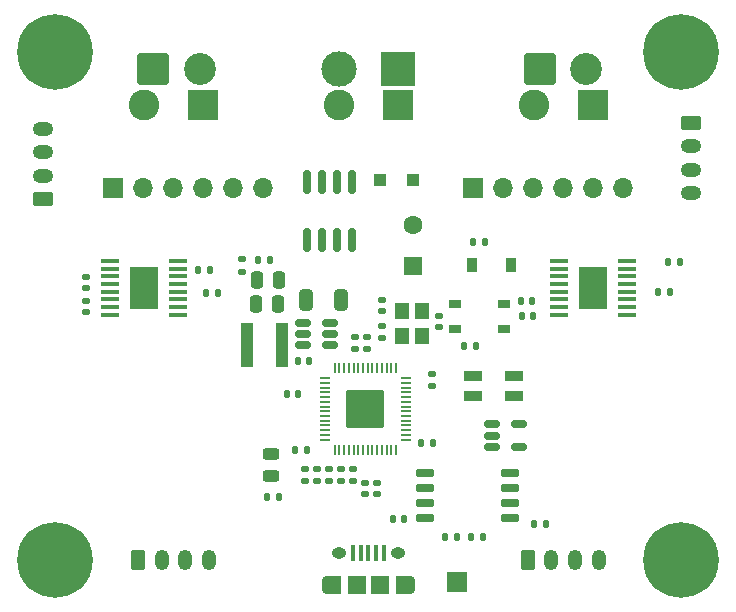
<source format=gbr>
%TF.GenerationSoftware,KiCad,Pcbnew,7.0.8*%
%TF.CreationDate,2024-07-05T14:08:20-04:00*%
%TF.ProjectId,motor-driver,6d6f746f-722d-4647-9269-7665722e6b69,rev?*%
%TF.SameCoordinates,Original*%
%TF.FileFunction,Soldermask,Top*%
%TF.FilePolarity,Negative*%
%FSLAX46Y46*%
G04 Gerber Fmt 4.6, Leading zero omitted, Abs format (unit mm)*
G04 Created by KiCad (PCBNEW 7.0.8) date 2024-07-05 14:08:20*
%MOMM*%
%LPD*%
G01*
G04 APERTURE LIST*
G04 Aperture macros list*
%AMRoundRect*
0 Rectangle with rounded corners*
0 $1 Rounding radius*
0 $2 $3 $4 $5 $6 $7 $8 $9 X,Y pos of 4 corners*
0 Add a 4 corners polygon primitive as box body*
4,1,4,$2,$3,$4,$5,$6,$7,$8,$9,$2,$3,0*
0 Add four circle primitives for the rounded corners*
1,1,$1+$1,$2,$3*
1,1,$1+$1,$4,$5*
1,1,$1+$1,$6,$7*
1,1,$1+$1,$8,$9*
0 Add four rect primitives between the rounded corners*
20,1,$1+$1,$2,$3,$4,$5,0*
20,1,$1+$1,$4,$5,$6,$7,0*
20,1,$1+$1,$6,$7,$8,$9,0*
20,1,$1+$1,$8,$9,$2,$3,0*%
G04 Aperture macros list end*
%ADD10RoundRect,0.135000X-0.135000X-0.185000X0.135000X-0.185000X0.135000X0.185000X-0.135000X0.185000X0*%
%ADD11RoundRect,0.140000X-0.170000X0.140000X-0.170000X-0.140000X0.170000X-0.140000X0.170000X0.140000X0*%
%ADD12RoundRect,0.250000X0.250000X0.475000X-0.250000X0.475000X-0.250000X-0.475000X0.250000X-0.475000X0*%
%ADD13RoundRect,0.140000X-0.140000X-0.170000X0.140000X-0.170000X0.140000X0.170000X-0.140000X0.170000X0*%
%ADD14R,2.460000X3.550000*%
%ADD15RoundRect,0.097500X0.690000X0.097500X-0.690000X0.097500X-0.690000X-0.097500X0.690000X-0.097500X0*%
%ADD16RoundRect,0.250000X-0.625000X0.350000X-0.625000X-0.350000X0.625000X-0.350000X0.625000X0.350000X0*%
%ADD17O,1.750000X1.200000*%
%ADD18RoundRect,0.140000X0.170000X-0.140000X0.170000X0.140000X-0.170000X0.140000X-0.170000X-0.140000X0*%
%ADD19C,0.800000*%
%ADD20C,6.400000*%
%ADD21RoundRect,0.250000X-0.350000X-0.625000X0.350000X-0.625000X0.350000X0.625000X-0.350000X0.625000X0*%
%ADD22O,1.200000X1.750000*%
%ADD23RoundRect,0.140000X0.140000X0.170000X-0.140000X0.170000X-0.140000X-0.170000X0.140000X-0.170000X0*%
%ADD24RoundRect,0.150000X0.650000X0.150000X-0.650000X0.150000X-0.650000X-0.150000X0.650000X-0.150000X0*%
%ADD25R,1.200000X1.400000*%
%ADD26R,1.050000X0.650000*%
%ADD27R,3.000000X3.000000*%
%ADD28C,3.000000*%
%ADD29R,1.700000X1.700000*%
%ADD30O,1.700000X1.700000*%
%ADD31RoundRect,0.135000X0.135000X0.185000X-0.135000X0.185000X-0.135000X-0.185000X0.135000X-0.185000X0*%
%ADD32RoundRect,0.243750X0.456250X-0.243750X0.456250X0.243750X-0.456250X0.243750X-0.456250X-0.243750X0*%
%ADD33RoundRect,0.250001X-1.099999X-1.099999X1.099999X-1.099999X1.099999X1.099999X-1.099999X1.099999X0*%
%ADD34C,2.700000*%
%ADD35R,0.400000X1.350000*%
%ADD36O,0.890000X1.550000*%
%ADD37R,1.200000X1.550000*%
%ADD38O,1.250000X0.950000*%
%ADD39R,1.500000X1.550000*%
%ADD40R,2.600000X2.600000*%
%ADD41C,2.600000*%
%ADD42RoundRect,0.135000X0.185000X-0.135000X0.185000X0.135000X-0.185000X0.135000X-0.185000X-0.135000X0*%
%ADD43RoundRect,0.150000X0.512500X0.150000X-0.512500X0.150000X-0.512500X-0.150000X0.512500X-0.150000X0*%
%ADD44R,1.100000X1.100000*%
%ADD45RoundRect,0.150000X-0.512500X-0.150000X0.512500X-0.150000X0.512500X0.150000X-0.512500X0.150000X0*%
%ADD46R,1.100000X3.700000*%
%ADD47RoundRect,0.250000X-0.325000X-0.650000X0.325000X-0.650000X0.325000X0.650000X-0.325000X0.650000X0*%
%ADD48R,1.600000X0.850000*%
%ADD49R,0.900000X1.200000*%
%ADD50RoundRect,0.150000X0.150000X-0.825000X0.150000X0.825000X-0.150000X0.825000X-0.150000X-0.825000X0*%
%ADD51R,1.600000X1.600000*%
%ADD52C,1.600000*%
%ADD53RoundRect,0.250000X0.625000X-0.350000X0.625000X0.350000X-0.625000X0.350000X-0.625000X-0.350000X0*%
%ADD54RoundRect,0.050000X0.387500X0.050000X-0.387500X0.050000X-0.387500X-0.050000X0.387500X-0.050000X0*%
%ADD55RoundRect,0.050000X0.050000X0.387500X-0.050000X0.387500X-0.050000X-0.387500X0.050000X-0.387500X0*%
%ADD56RoundRect,0.144000X1.456000X1.456000X-1.456000X1.456000X-1.456000X-1.456000X1.456000X-1.456000X0*%
G04 APERTURE END LIST*
D10*
%TO.C,R11*%
X140690000Y-106100000D03*
X141710000Y-106100000D03*
%TD*%
D11*
%TO.C,C9*%
X150762000Y-124995000D03*
X150762000Y-125955000D03*
%TD*%
D12*
%TO.C,C2*%
X142450000Y-107800000D03*
X140550000Y-107800000D03*
%TD*%
D13*
%TO.C,C16*%
X154473000Y-121665000D03*
X155433000Y-121665000D03*
%TD*%
D14*
%TO.C,U1*%
X131000000Y-108500000D03*
D15*
X133862500Y-110775000D03*
X133862500Y-110125000D03*
X133862500Y-109475000D03*
X133862500Y-108825000D03*
X133862500Y-108175000D03*
X133862500Y-107525000D03*
X133862500Y-106875000D03*
X133862500Y-106225000D03*
X128137500Y-106225000D03*
X128137500Y-106875000D03*
X128137500Y-107525000D03*
X128137500Y-108175000D03*
X128137500Y-108825000D03*
X128137500Y-109475000D03*
X128137500Y-110125000D03*
X128137500Y-110775000D03*
%TD*%
D16*
%TO.C,J9*%
X177350000Y-94500000D03*
D17*
X177350000Y-96500000D03*
X177350000Y-98500000D03*
X177350000Y-100500000D03*
%TD*%
D18*
%TO.C,C15*%
X155400000Y-116780000D03*
X155400000Y-115820000D03*
%TD*%
D19*
%TO.C,REF\u002A\u002A*%
X174100000Y-131500000D03*
X174802944Y-129802944D03*
X174802944Y-133197056D03*
X176500000Y-129100000D03*
D20*
X176500000Y-131500000D03*
X176500000Y-131500000D03*
D19*
X176500000Y-133900000D03*
X178197056Y-129802944D03*
X178197056Y-133197056D03*
X178900000Y-131500000D03*
%TD*%
D14*
%TO.C,U2*%
X169000000Y-108500000D03*
D15*
X171862500Y-110775000D03*
X171862500Y-110125000D03*
X171862500Y-109475000D03*
X171862500Y-108825000D03*
X171862500Y-108175000D03*
X171862500Y-107525000D03*
X171862500Y-106875000D03*
X171862500Y-106225000D03*
X166137500Y-106225000D03*
X166137500Y-106875000D03*
X166137500Y-107525000D03*
X166137500Y-108175000D03*
X166137500Y-108825000D03*
X166137500Y-109475000D03*
X166137500Y-110125000D03*
X166137500Y-110775000D03*
%TD*%
D21*
%TO.C,J6*%
X163500000Y-131500000D03*
D22*
X165500000Y-131500000D03*
X167500000Y-131500000D03*
X169500000Y-131500000D03*
%TD*%
D23*
%TO.C,C8*%
X144980000Y-114700000D03*
X144020000Y-114700000D03*
%TD*%
D24*
%TO.C,U6*%
X161982000Y-128015000D03*
X161982000Y-126745000D03*
X161982000Y-125475000D03*
X161982000Y-124205000D03*
X154782000Y-124205000D03*
X154782000Y-125475000D03*
X154782000Y-126745000D03*
X154782000Y-128015000D03*
%TD*%
D25*
%TO.C,Y1*%
X152833000Y-110409000D03*
X152833000Y-112609000D03*
X154533000Y-112609000D03*
X154533000Y-110409000D03*
%TD*%
D26*
%TO.C,SW1*%
X157325000Y-109825000D03*
X161475000Y-109825000D03*
X157325000Y-111975000D03*
X161475000Y-111975000D03*
%TD*%
D23*
%TO.C,C13*%
X144765000Y-122200000D03*
X143805000Y-122200000D03*
%TD*%
D10*
%TO.C,R2*%
X158690000Y-129600000D03*
X159710000Y-129600000D03*
%TD*%
D27*
%TO.C,J12*%
X152500000Y-90000000D03*
D28*
X147500000Y-90000000D03*
%TD*%
D18*
%TO.C,C20*%
X151143000Y-110461000D03*
X151143000Y-109501000D03*
%TD*%
D19*
%TO.C,REF\u002A\u002A*%
X174100000Y-88500000D03*
X174802944Y-86802944D03*
X174802944Y-90197056D03*
X176500000Y-86100000D03*
D20*
X176500000Y-88500000D03*
X176500000Y-88500000D03*
D19*
X176500000Y-90900000D03*
X178197056Y-86802944D03*
X178197056Y-90197056D03*
X178900000Y-88500000D03*
%TD*%
D29*
%TO.C,J4*%
X128410000Y-100000000D03*
D30*
X130950000Y-100000000D03*
X133490000Y-100000000D03*
X136030000Y-100000000D03*
X138570000Y-100000000D03*
X141110000Y-100000000D03*
%TD*%
D18*
%TO.C,C24*%
X126100000Y-110530000D03*
X126100000Y-109570000D03*
%TD*%
D31*
%TO.C,R17*%
X176360000Y-106325000D03*
X175340000Y-106325000D03*
%TD*%
D18*
%TO.C,C21*%
X156000000Y-111819000D03*
X156000000Y-110859000D03*
%TD*%
D11*
%TO.C,C17*%
X149746000Y-124995000D03*
X149746000Y-125955000D03*
%TD*%
D31*
%TO.C,R15*%
X175510000Y-108800000D03*
X174490000Y-108800000D03*
%TD*%
%TO.C,R12*%
X159910000Y-104600000D03*
X158890000Y-104600000D03*
%TD*%
D32*
%TO.C,D1*%
X141800000Y-124437500D03*
X141800000Y-122562500D03*
%TD*%
D23*
%TO.C,C18*%
X153020005Y-128040409D03*
X152060005Y-128040409D03*
%TD*%
D11*
%TO.C,C5*%
X146698000Y-123852000D03*
X146698000Y-124812000D03*
%TD*%
D18*
%TO.C,C10*%
X148857000Y-113636000D03*
X148857000Y-112676000D03*
%TD*%
D23*
%TO.C,C26*%
X163980000Y-110900000D03*
X163020000Y-110900000D03*
%TD*%
D29*
%TO.C,J5*%
X158890000Y-100000000D03*
D30*
X161430000Y-100000000D03*
X163970000Y-100000000D03*
X166510000Y-100000000D03*
X169050000Y-100000000D03*
X171590000Y-100000000D03*
%TD*%
D33*
%TO.C,J11*%
X164500000Y-90000000D03*
D34*
X168460000Y-90000000D03*
%TD*%
D31*
%TO.C,R9*%
X137310000Y-108900000D03*
X136290000Y-108900000D03*
%TD*%
D11*
%TO.C,C14*%
X144666000Y-123852000D03*
X144666000Y-124812000D03*
%TD*%
D35*
%TO.C,J14*%
X148700000Y-130933000D03*
X149350000Y-130933000D03*
X150000000Y-130933000D03*
X150650000Y-130933000D03*
X151300000Y-130933000D03*
D36*
X146500000Y-133633000D03*
D37*
X147100000Y-133633000D03*
D38*
X147500000Y-130933000D03*
D39*
X149000000Y-133633000D03*
X151000000Y-133633000D03*
D38*
X152500000Y-130933000D03*
D37*
X152900000Y-133633000D03*
D36*
X153500000Y-133633000D03*
%TD*%
D19*
%TO.C,REF\u002A\u002A*%
X121100000Y-131500000D03*
X121802944Y-129802944D03*
X121802944Y-133197056D03*
X123500000Y-129100000D03*
D20*
X123500000Y-131500000D03*
X123500000Y-131500000D03*
D19*
X123500000Y-133900000D03*
X125197056Y-129802944D03*
X125197056Y-133197056D03*
X125900000Y-131500000D03*
%TD*%
D40*
%TO.C,J3*%
X152500000Y-93000000D03*
D41*
X147500000Y-93000000D03*
%TD*%
D18*
%TO.C,C11*%
X149873000Y-113636000D03*
X149873000Y-112676000D03*
%TD*%
D42*
%TO.C,R6*%
X147714000Y-124842000D03*
X147714000Y-123822000D03*
%TD*%
D43*
%TO.C,U3*%
X146737500Y-113350000D03*
X146737500Y-112400000D03*
X146737500Y-111450000D03*
X144462500Y-111450000D03*
X144462500Y-112400000D03*
X144462500Y-113350000D03*
%TD*%
D10*
%TO.C,R3*%
X156490000Y-129600000D03*
X157510000Y-129600000D03*
%TD*%
D29*
%TO.C,J13*%
X157475000Y-133400000D03*
%TD*%
D40*
%TO.C,J2*%
X169000000Y-93000000D03*
D41*
X164000000Y-93000000D03*
%TD*%
D23*
%TO.C,C12*%
X144080000Y-117500000D03*
X143120000Y-117500000D03*
%TD*%
D11*
%TO.C,C25*%
X126100000Y-107570000D03*
X126100000Y-108530000D03*
%TD*%
D31*
%TO.C,R1*%
X142410000Y-126200000D03*
X141390000Y-126200000D03*
%TD*%
D44*
%TO.C,D6*%
X153800000Y-99400000D03*
X151000000Y-99400000D03*
%TD*%
D42*
%TO.C,R5*%
X148730000Y-124842000D03*
X148730000Y-123822000D03*
%TD*%
D10*
%TO.C,R7*%
X158126000Y-113410000D03*
X159146000Y-113410000D03*
%TD*%
D33*
%TO.C,J10*%
X131750000Y-90000000D03*
D34*
X135710000Y-90000000D03*
%TD*%
D45*
%TO.C,U7*%
X160462500Y-120050000D03*
X160462500Y-121000000D03*
X160462500Y-121950000D03*
X162737500Y-121950000D03*
X162737500Y-120050000D03*
%TD*%
D46*
%TO.C,L1*%
X142700000Y-113300000D03*
X139700000Y-113300000D03*
%TD*%
D42*
%TO.C,R10*%
X139300000Y-107110000D03*
X139300000Y-106090000D03*
%TD*%
D19*
%TO.C,REF\u002A\u002A*%
X121100000Y-88500000D03*
X121802944Y-86802944D03*
X121802944Y-90197056D03*
X123500000Y-86100000D03*
D20*
X123500000Y-88500000D03*
X123500000Y-88500000D03*
D19*
X123500000Y-90900000D03*
X125197056Y-86802944D03*
X125197056Y-90197056D03*
X125900000Y-88500000D03*
%TD*%
D13*
%TO.C,C7*%
X162920000Y-109600000D03*
X163880000Y-109600000D03*
%TD*%
D47*
%TO.C,C4*%
X144725000Y-109500000D03*
X147675000Y-109500000D03*
%TD*%
D48*
%TO.C,D3*%
X162350000Y-117675000D03*
X162350000Y-115925000D03*
X158850000Y-115925000D03*
X158850000Y-117675000D03*
%TD*%
D49*
%TO.C,D5*%
X158764000Y-106552000D03*
X162064000Y-106552000D03*
%TD*%
D50*
%TO.C,Q1*%
X144795000Y-104455000D03*
X146065000Y-104455000D03*
X147335000Y-104455000D03*
X148605000Y-104455000D03*
X148605000Y-99505000D03*
X147335000Y-99505000D03*
X146065000Y-99505000D03*
X144795000Y-99505000D03*
%TD*%
D11*
%TO.C,C6*%
X145682000Y-123852000D03*
X145682000Y-124812000D03*
%TD*%
D12*
%TO.C,C22*%
X142350000Y-109900000D03*
X140450000Y-109900000D03*
%TD*%
D40*
%TO.C,J1*%
X136000000Y-93000008D03*
D41*
X131000000Y-93000008D03*
%TD*%
D31*
%TO.C,R14*%
X136610000Y-107000000D03*
X135590000Y-107000000D03*
%TD*%
D51*
%TO.C,C1*%
X153800000Y-106652651D03*
D52*
X153800000Y-103152651D03*
%TD*%
D42*
%TO.C,R4*%
X151143000Y-112777000D03*
X151143000Y-111757000D03*
%TD*%
D21*
%TO.C,J7*%
X130500000Y-131500000D03*
D22*
X132500000Y-131500000D03*
X134500000Y-131500000D03*
X136500000Y-131500000D03*
%TD*%
D53*
%TO.C,J8*%
X122450000Y-101000000D03*
D17*
X122450000Y-99000000D03*
X122450000Y-97000000D03*
X122450000Y-95000000D03*
%TD*%
D54*
%TO.C,U5*%
X153183500Y-121344000D03*
X153183500Y-120944000D03*
X153183500Y-120544000D03*
X153183500Y-120144000D03*
X153183500Y-119744000D03*
X153183500Y-119344000D03*
X153183500Y-118944000D03*
X153183500Y-118544000D03*
X153183500Y-118144000D03*
X153183500Y-117744000D03*
X153183500Y-117344000D03*
X153183500Y-116944000D03*
X153183500Y-116544000D03*
X153183500Y-116144000D03*
D55*
X152346000Y-115306500D03*
X151946000Y-115306500D03*
X151546000Y-115306500D03*
X151146000Y-115306500D03*
X150746000Y-115306500D03*
X150346000Y-115306500D03*
X149946000Y-115306500D03*
X149546000Y-115306500D03*
X149146000Y-115306500D03*
X148746000Y-115306500D03*
X148346000Y-115306500D03*
X147946000Y-115306500D03*
X147546000Y-115306500D03*
X147146000Y-115306500D03*
D54*
X146308500Y-116144000D03*
X146308500Y-116544000D03*
X146308500Y-116944000D03*
X146308500Y-117344000D03*
X146308500Y-117744000D03*
X146308500Y-118144000D03*
X146308500Y-118544000D03*
X146308500Y-118944000D03*
X146308500Y-119344000D03*
X146308500Y-119744000D03*
X146308500Y-120144000D03*
X146308500Y-120544000D03*
X146308500Y-120944000D03*
X146308500Y-121344000D03*
D55*
X147146000Y-122181500D03*
X147546000Y-122181500D03*
X147946000Y-122181500D03*
X148346000Y-122181500D03*
X148746000Y-122181500D03*
X149146000Y-122181500D03*
X149546000Y-122181500D03*
X149946000Y-122181500D03*
X150346000Y-122181500D03*
X150746000Y-122181500D03*
X151146000Y-122181500D03*
X151546000Y-122181500D03*
X151946000Y-122181500D03*
X152346000Y-122181500D03*
D56*
X149746000Y-118744000D03*
%TD*%
D31*
%TO.C,R8*%
X165010000Y-128500000D03*
X163990000Y-128500000D03*
%TD*%
M02*

</source>
